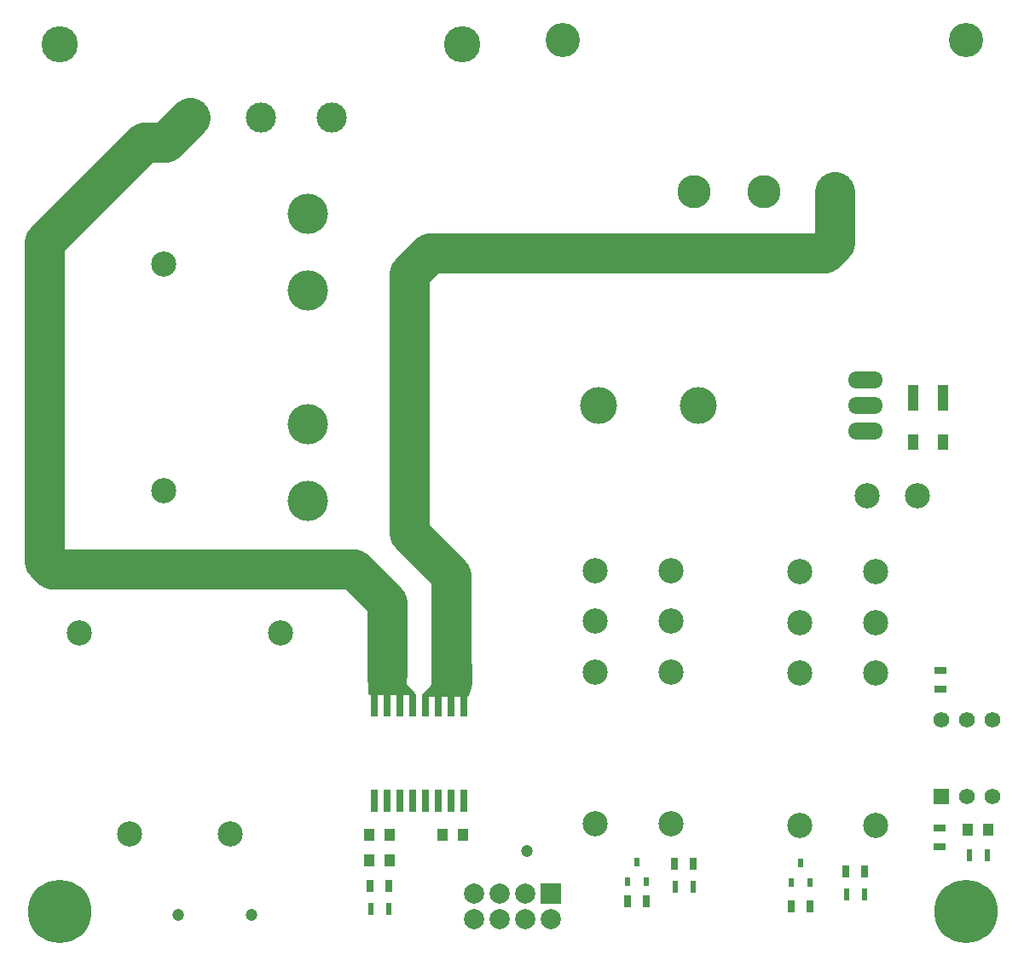
<source format=gts>
G04 #@! TF.FileFunction,Soldermask,Top*
%FSLAX46Y46*%
G04 Gerber Fmt 4.6, Leading zero omitted, Abs format (unit mm)*
G04 Created by KiCad (PCBNEW 0.201503020946+5465~21~ubuntu14.04.1-product) date Mon 30 Mar 2015 03:02:51 BST*
%MOMM*%
G01*
G04 APERTURE LIST*
%ADD10C,0.100000*%
%ADD11C,4.000000*%
%ADD12C,1.200000*%
%ADD13R,1.574800X1.574800*%
%ADD14C,1.574800*%
%ADD15C,3.600000*%
%ADD16C,3.000000*%
%ADD17C,6.300000*%
%ADD18C,0.600000*%
%ADD19C,3.660000*%
%ADD20C,2.000000*%
%ADD21R,2.000000X2.000000*%
%ADD22R,1.300000X0.700000*%
%ADD23R,0.700000X1.300000*%
%ADD24O,3.500120X1.699260*%
%ADD25C,4.000000*%
%ADD26C,2.500000*%
%ADD27R,0.650000X2.250000*%
%ADD28R,0.750000X2.250000*%
%ADD29R,1.000000X1.250000*%
%ADD30R,1.000000X1.600000*%
%ADD31R,1.000000X2.500000*%
%ADD32C,2.499360*%
%ADD33C,3.300000*%
%ADD34C,3.400000*%
%ADD35R,0.600000X1.300000*%
%ADD36R,0.600000X0.900000*%
%ADD37C,0.254000*%
G04 APERTURE END LIST*
D10*
D11*
X73914000Y-93599000D02*
X73914000Y-102870000D01*
X69723000Y-89408000D02*
X73914000Y-93599000D01*
X69723000Y-63627000D02*
X69723000Y-89408000D01*
X71755000Y-61595000D02*
X69723000Y-63627000D01*
X110984000Y-61595000D02*
X71755000Y-61595000D01*
X112000000Y-60579000D02*
X110984000Y-61595000D01*
X112000000Y-55500000D02*
X112000000Y-60579000D01*
X67564000Y-96266000D02*
X67564000Y-102806500D01*
X64262000Y-92964000D02*
X67564000Y-96266000D01*
X37719000Y-92964000D02*
X64262000Y-92964000D01*
X34290000Y-92964000D02*
X33528000Y-92202000D01*
X38481000Y-92964000D02*
X34290000Y-92964000D01*
X33528000Y-60452000D02*
X33528000Y-92202000D01*
X43434000Y-50546000D02*
X33528000Y-60452000D01*
X45554000Y-50546000D02*
X43434000Y-50546000D01*
X48000000Y-48100000D02*
X45554000Y-50546000D01*
D12*
X54102000Y-127381000D03*
X81407000Y-120967500D03*
X46799500Y-127381000D03*
D13*
X122555000Y-115570000D03*
D14*
X125095000Y-115570000D03*
X127635000Y-115570000D03*
X127635000Y-107950000D03*
X125095000Y-107950000D03*
X122555000Y-107950000D03*
D15*
X75000000Y-40800000D03*
X35000000Y-40800000D03*
D16*
X62000000Y-48100000D03*
X55000000Y-48100000D03*
X48000000Y-48100000D03*
D17*
X35000000Y-127000000D03*
D18*
X35000000Y-124500000D03*
X37500000Y-127000000D03*
X35000000Y-129500000D03*
X32500000Y-127000000D03*
X33200000Y-125200000D03*
X36800000Y-125200000D03*
X33200000Y-128800000D03*
X36800000Y-128800000D03*
D17*
X125000000Y-127000000D03*
D18*
X125000000Y-124500000D03*
X127500000Y-127000000D03*
X125000000Y-129500000D03*
X122500000Y-127000000D03*
X123200000Y-125200000D03*
X126800000Y-125200000D03*
X123200000Y-128800000D03*
X126800000Y-128800000D03*
D19*
X88517000Y-76708000D03*
X98427000Y-76708000D03*
D20*
X76190000Y-125230000D03*
X76190000Y-127770000D03*
X78730000Y-125230000D03*
X78730000Y-127770000D03*
X81270000Y-125230000D03*
X81270000Y-127770000D03*
D21*
X83810000Y-125230000D03*
D20*
X83810000Y-127770000D03*
D22*
X122428000Y-118684000D03*
X122428000Y-120584000D03*
D23*
X113096000Y-123063000D03*
X114996000Y-123063000D03*
X67752000Y-124460000D03*
X65852000Y-124460000D03*
X96078000Y-122301000D03*
X97978000Y-122301000D03*
D24*
X115062000Y-76708000D03*
X115062000Y-79248000D03*
X115062000Y-74168000D03*
D25*
X59690000Y-57658000D03*
X59690000Y-65278000D03*
X59690000Y-86233000D03*
X59690000Y-78613000D03*
D26*
X45339000Y-62660000D03*
X45339000Y-85160000D03*
D27*
X75183000Y-106546000D03*
D28*
X73913000Y-106546000D03*
D27*
X72643000Y-106546000D03*
X71373000Y-106546000D03*
X70103000Y-106546000D03*
X68833000Y-106546000D03*
X67563000Y-106546000D03*
X66293000Y-106546000D03*
X66293000Y-116046000D03*
X67563000Y-116046000D03*
X68833000Y-116046000D03*
X70103000Y-116046000D03*
X71373000Y-116046000D03*
X72643000Y-116046000D03*
X73913000Y-116046000D03*
X75183000Y-116046000D03*
D26*
X41990000Y-119347000D03*
X51990000Y-119347000D03*
X36990000Y-99347000D03*
X56990000Y-99347000D03*
D29*
X125238000Y-118872000D03*
X127238000Y-118872000D03*
D30*
X122785000Y-80391000D03*
X119785000Y-80391000D03*
D22*
X122500000Y-103050000D03*
X122500000Y-104950000D03*
D23*
X109535000Y-126492000D03*
X107635000Y-126492000D03*
X93279000Y-125984000D03*
X91379000Y-125984000D03*
D31*
X119785000Y-75946000D03*
X122785000Y-75946000D03*
D29*
X73041000Y-119380000D03*
X75041000Y-119380000D03*
X67802000Y-121920000D03*
X65802000Y-121920000D03*
X67802000Y-119380000D03*
X65802000Y-119380000D03*
D32*
X115237000Y-85725000D03*
X120237000Y-85725000D03*
D33*
X112000000Y-55500000D03*
X105000000Y-55500000D03*
X98000000Y-55500000D03*
D34*
X125000000Y-40400000D03*
X85000000Y-40400000D03*
D26*
X88230000Y-118333000D03*
X95730000Y-118333000D03*
X88230000Y-98173000D03*
X88230000Y-93133000D03*
X95730000Y-98173000D03*
X95730000Y-93133000D03*
X88230000Y-103213000D03*
X95730000Y-103213000D03*
X108556000Y-118460000D03*
X116056000Y-118460000D03*
X108556000Y-98300000D03*
X108556000Y-93260000D03*
X116056000Y-98300000D03*
X116056000Y-93260000D03*
X108556000Y-103340000D03*
X116056000Y-103340000D03*
D35*
X65902000Y-126746000D03*
X67702000Y-126746000D03*
X96128000Y-124587000D03*
X97928000Y-124587000D03*
X113146000Y-125349000D03*
X114946000Y-125349000D03*
X125338000Y-121412000D03*
X127138000Y-121412000D03*
X65902000Y-126746000D03*
X67702000Y-126746000D03*
D36*
X93279000Y-124047000D03*
X91379000Y-124047000D03*
X92329000Y-122097000D03*
X109535000Y-124174000D03*
X107635000Y-124174000D03*
X108585000Y-122224000D03*
D37*
G36*
X75819000Y-104410643D02*
X75535571Y-105473500D01*
X71067395Y-105473500D01*
X72072500Y-104468395D01*
X72072500Y-102425500D01*
X75819000Y-102425500D01*
X75819000Y-104410643D01*
X75819000Y-104410643D01*
G37*
X75819000Y-104410643D02*
X75535571Y-105473500D01*
X71067395Y-105473500D01*
X72072500Y-104468395D01*
X72072500Y-102425500D01*
X75819000Y-102425500D01*
X75819000Y-104410643D01*
G36*
X70156605Y-105346500D02*
X65793690Y-105346500D01*
X65650815Y-103060500D01*
X69411404Y-103060500D01*
X69344413Y-104534307D01*
X70156605Y-105346500D01*
X70156605Y-105346500D01*
G37*
X70156605Y-105346500D02*
X65793690Y-105346500D01*
X65650815Y-103060500D01*
X69411404Y-103060500D01*
X69344413Y-104534307D01*
X70156605Y-105346500D01*
M02*

</source>
